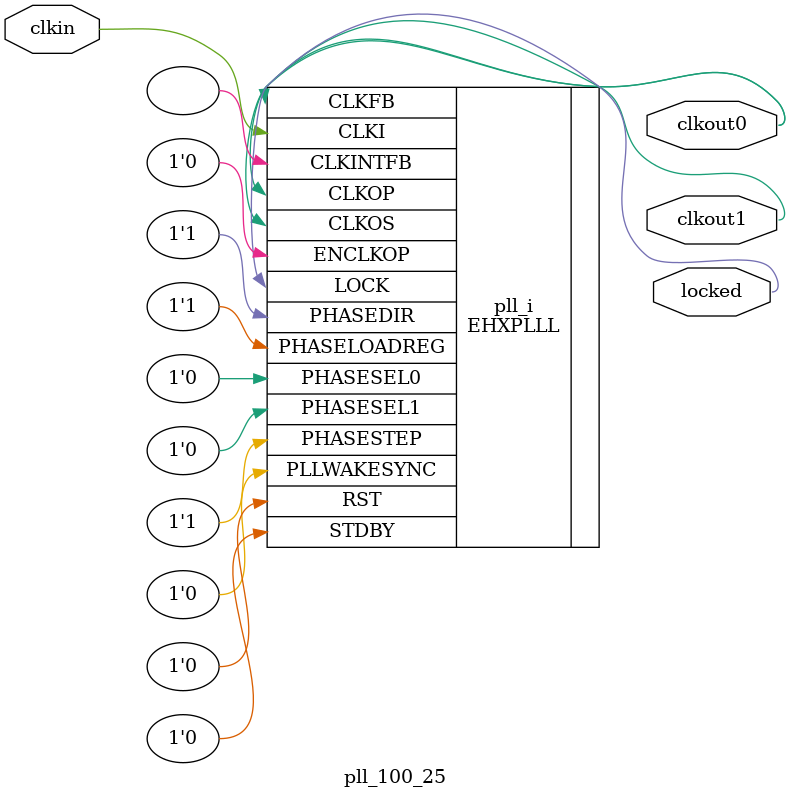
<source format=v>
module pll_100_25
(
    input clkin, // 100 MHz, 0 deg
    output clkout0, // 100 MHz, 0 deg
    output clkout1, // 25 MHz, 0 deg
    output locked
);
(* FREQUENCY_PIN_CLKI="100" *)
(* FREQUENCY_PIN_CLKOP="100" *)
(* FREQUENCY_PIN_CLKOS="25" *)
(* ICP_CURRENT="12" *) (* LPF_RESISTOR="8" *) (* MFG_ENABLE_FILTEROPAMP="1" *) (* MFG_GMCREF_SEL="2" *)
EHXPLLL #(
        .PLLRST_ENA("DISABLED"),
        .INTFB_WAKE("DISABLED"),
        .STDBY_ENABLE("DISABLED"),
        .DPHASE_SOURCE("DISABLED"),
        .OUTDIVIDER_MUXA("DIVA"),
        .OUTDIVIDER_MUXB("DIVB"),
        .OUTDIVIDER_MUXC("DIVC"),
        .OUTDIVIDER_MUXD("DIVD"),
        .CLKI_DIV(1),
        .CLKOP_ENABLE("ENABLED"),
        .CLKOP_DIV(6),
        .CLKOP_CPHASE(2),
        .CLKOP_FPHASE(0),
        .CLKOS_ENABLE("ENABLED"),
        .CLKOS_DIV(24),
        .CLKOS_CPHASE(2),
        .CLKOS_FPHASE(0),
        .FEEDBK_PATH("CLKOP"),
        .CLKFB_DIV(1)
    ) pll_i (
        .RST(1'b0),
        .STDBY(1'b0),
        .CLKI(clkin),
        .CLKOP(clkout0),
        .CLKOS(clkout1),
        .CLKFB(clkout0),
        .CLKINTFB(),
        .PHASESEL0(1'b0),
        .PHASESEL1(1'b0),
        .PHASEDIR(1'b1),
        .PHASESTEP(1'b1),
        .PHASELOADREG(1'b1),
        .PLLWAKESYNC(1'b0),
        .ENCLKOP(1'b0),
        .LOCK(locked)
	);
endmodule

</source>
